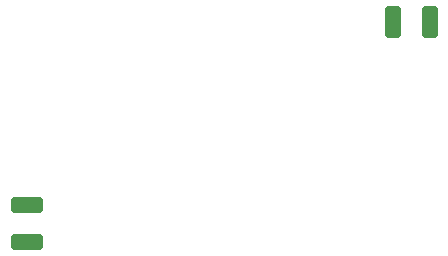
<source format=gtp>
%TF.GenerationSoftware,KiCad,Pcbnew,9.0.0-9.0.0-2~ubuntu24.04.1*%
%TF.CreationDate,2025-03-28T20:06:40+01:00*%
%TF.ProjectId,MarstekMonitor,4d617273-7465-46b4-9d6f-6e69746f722e,rev?*%
%TF.SameCoordinates,Original*%
%TF.FileFunction,Paste,Top*%
%TF.FilePolarity,Positive*%
%FSLAX46Y46*%
G04 Gerber Fmt 4.6, Leading zero omitted, Abs format (unit mm)*
G04 Created by KiCad (PCBNEW 9.0.0-9.0.0-2~ubuntu24.04.1) date 2025-03-28 20:06:40*
%MOMM*%
%LPD*%
G01*
G04 APERTURE LIST*
G04 Aperture macros list*
%AMRoundRect*
0 Rectangle with rounded corners*
0 $1 Rounding radius*
0 $2 $3 $4 $5 $6 $7 $8 $9 X,Y pos of 4 corners*
0 Add a 4 corners polygon primitive as box body*
4,1,4,$2,$3,$4,$5,$6,$7,$8,$9,$2,$3,0*
0 Add four circle primitives for the rounded corners*
1,1,$1+$1,$2,$3*
1,1,$1+$1,$4,$5*
1,1,$1+$1,$6,$7*
1,1,$1+$1,$8,$9*
0 Add four rect primitives between the rounded corners*
20,1,$1+$1,$2,$3,$4,$5,0*
20,1,$1+$1,$4,$5,$6,$7,0*
20,1,$1+$1,$6,$7,$8,$9,0*
20,1,$1+$1,$8,$9,$2,$3,0*%
G04 Aperture macros list end*
%ADD10RoundRect,0.250000X-1.100000X0.412500X-1.100000X-0.412500X1.100000X-0.412500X1.100000X0.412500X0*%
%ADD11RoundRect,0.250000X-0.412500X-1.100000X0.412500X-1.100000X0.412500X1.100000X-0.412500X1.100000X0*%
G04 APERTURE END LIST*
D10*
%TO.C,C2*%
X113000000Y-90500000D03*
X113000000Y-93625000D03*
%TD*%
D11*
%TO.C,C1*%
X144000000Y-75000000D03*
X147125000Y-75000000D03*
%TD*%
M02*

</source>
